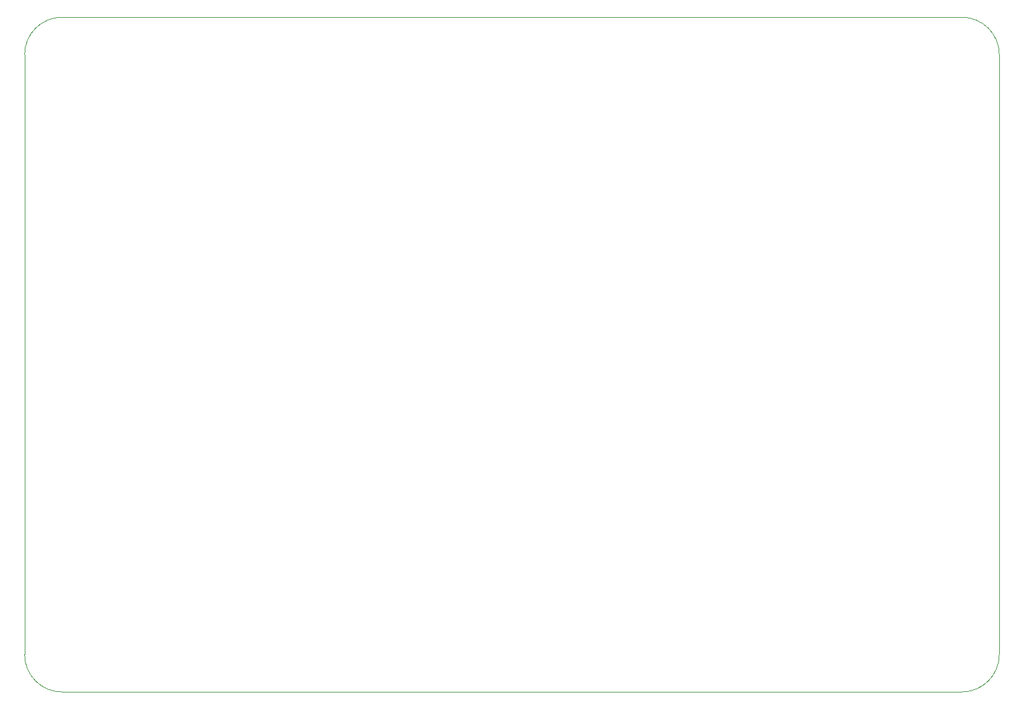
<source format=gbr>
%TF.GenerationSoftware,KiCad,Pcbnew,(5.1.5-131-g305ed0b65)-1*%
%TF.CreationDate,2021-01-25T18:11:24+08:00*%
%TF.ProjectId,OpenTEC,4f70656e-5445-4432-9e6b-696361645f70,rev?*%
%TF.SameCoordinates,Original*%
%TF.FileFunction,Profile,NP*%
%FSLAX46Y46*%
G04 Gerber Fmt 4.6, Leading zero omitted, Abs format (unit mm)*
G04 Created by KiCad (PCBNEW (5.1.5-131-g305ed0b65)-1) date 2021-01-25 18:11:24*
%MOMM*%
%LPD*%
G01*
G04 APERTURE LIST*
%TA.AperFunction,Profile*%
%ADD10C,0.050000*%
%TD*%
G04 APERTURE END LIST*
D10*
X74000000Y-51000000D02*
X74000000Y-131000000D01*
X199000000Y-46000000D02*
X79000000Y-46000000D01*
X204000000Y-131000000D02*
X204000000Y-51000000D01*
X79000000Y-136000000D02*
X199000000Y-136000000D01*
X79000000Y-136000000D02*
G75*
G02*
X74000000Y-131000000I0J5000000D01*
G01*
X204000000Y-131000000D02*
G75*
G02*
X199000000Y-136000000I-5000000J0D01*
G01*
X199000000Y-46000000D02*
G75*
G02*
X204000000Y-51000000I0J-5000000D01*
G01*
X74000000Y-51000000D02*
G75*
G02*
X79000000Y-46000000I5000000J0D01*
G01*
M02*

</source>
